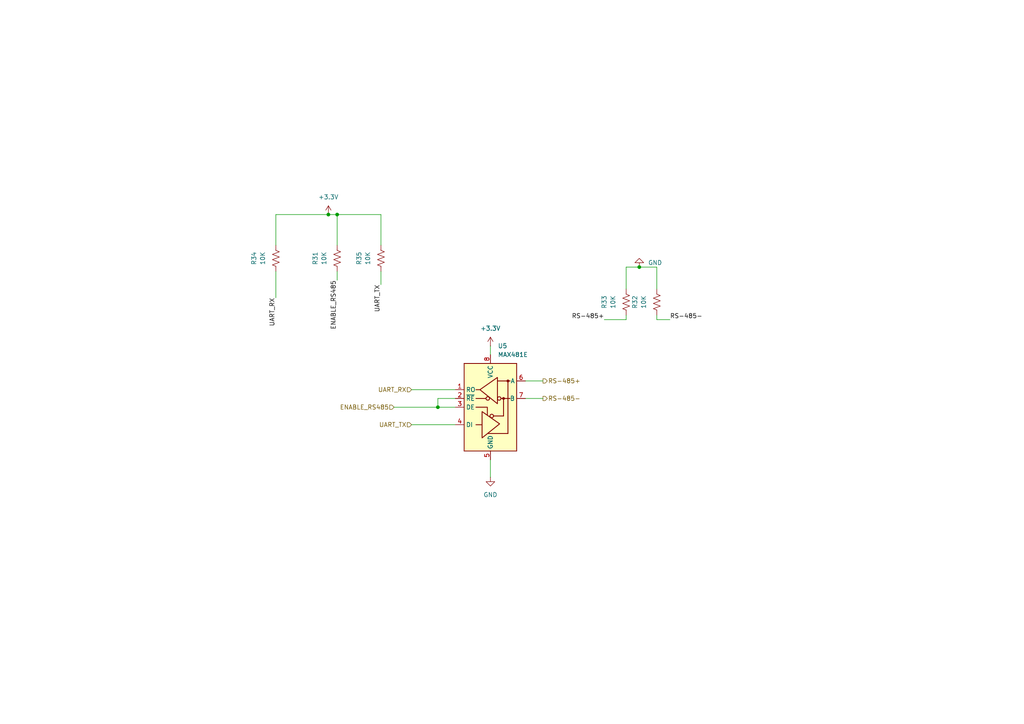
<source format=kicad_sch>
(kicad_sch
	(version 20250114)
	(generator "eeschema")
	(generator_version "9.0")
	(uuid "fb8882bc-966f-4696-aa93-703f4943aa11")
	(paper "A4")
	(lib_symbols
		(symbol "Device:R_US"
			(pin_numbers
				(hide yes)
			)
			(pin_names
				(offset 0)
			)
			(exclude_from_sim no)
			(in_bom yes)
			(on_board yes)
			(property "Reference" "R"
				(at 2.54 0 90)
				(effects
					(font
						(size 1.27 1.27)
					)
				)
			)
			(property "Value" "R_US"
				(at -2.54 0 90)
				(effects
					(font
						(size 1.27 1.27)
					)
				)
			)
			(property "Footprint" ""
				(at 1.016 -0.254 90)
				(effects
					(font
						(size 1.27 1.27)
					)
					(hide yes)
				)
			)
			(property "Datasheet" "~"
				(at 0 0 0)
				(effects
					(font
						(size 1.27 1.27)
					)
					(hide yes)
				)
			)
			(property "Description" "Resistor, US symbol"
				(at 0 0 0)
				(effects
					(font
						(size 1.27 1.27)
					)
					(hide yes)
				)
			)
			(property "ki_keywords" "R res resistor"
				(at 0 0 0)
				(effects
					(font
						(size 1.27 1.27)
					)
					(hide yes)
				)
			)
			(property "ki_fp_filters" "R_*"
				(at 0 0 0)
				(effects
					(font
						(size 1.27 1.27)
					)
					(hide yes)
				)
			)
			(symbol "R_US_0_1"
				(polyline
					(pts
						(xy 0 2.286) (xy 0 2.54)
					)
					(stroke
						(width 0)
						(type default)
					)
					(fill
						(type none)
					)
				)
				(polyline
					(pts
						(xy 0 2.286) (xy 1.016 1.905) (xy 0 1.524) (xy -1.016 1.143) (xy 0 0.762)
					)
					(stroke
						(width 0)
						(type default)
					)
					(fill
						(type none)
					)
				)
				(polyline
					(pts
						(xy 0 0.762) (xy 1.016 0.381) (xy 0 0) (xy -1.016 -0.381) (xy 0 -0.762)
					)
					(stroke
						(width 0)
						(type default)
					)
					(fill
						(type none)
					)
				)
				(polyline
					(pts
						(xy 0 -0.762) (xy 1.016 -1.143) (xy 0 -1.524) (xy -1.016 -1.905) (xy 0 -2.286)
					)
					(stroke
						(width 0)
						(type default)
					)
					(fill
						(type none)
					)
				)
				(polyline
					(pts
						(xy 0 -2.286) (xy 0 -2.54)
					)
					(stroke
						(width 0)
						(type default)
					)
					(fill
						(type none)
					)
				)
			)
			(symbol "R_US_1_1"
				(pin passive line
					(at 0 3.81 270)
					(length 1.27)
					(name "~"
						(effects
							(font
								(size 1.27 1.27)
							)
						)
					)
					(number "1"
						(effects
							(font
								(size 1.27 1.27)
							)
						)
					)
				)
				(pin passive line
					(at 0 -3.81 90)
					(length 1.27)
					(name "~"
						(effects
							(font
								(size 1.27 1.27)
							)
						)
					)
					(number "2"
						(effects
							(font
								(size 1.27 1.27)
							)
						)
					)
				)
			)
			(embedded_fonts no)
		)
		(symbol "Interface_UART:MAX481E"
			(exclude_from_sim no)
			(in_bom yes)
			(on_board yes)
			(property "Reference" "U"
				(at -6.985 13.97 0)
				(effects
					(font
						(size 1.27 1.27)
					)
				)
			)
			(property "Value" "MAX481E"
				(at 1.905 13.97 0)
				(effects
					(font
						(size 1.27 1.27)
					)
					(justify left)
				)
			)
			(property "Footprint" "Package_SO:SOIC-8_3.9x4.9mm_P1.27mm"
				(at 0 -22.86 0)
				(effects
					(font
						(size 1.27 1.27)
					)
					(hide yes)
				)
			)
			(property "Datasheet" "https://datasheets.maximintegrated.com/en/ds/MAX1487E-MAX491E.pdf"
				(at 0 1.27 0)
				(effects
					(font
						(size 1.27 1.27)
					)
					(hide yes)
				)
			)
			(property "Description" "Half duplex RS-485/RS-422, 2.5 Mbps, ±15kV electro-static discharge (ESD) protection, no slew-rate, with low-power shutdown, with receiver/driver enable, 32 receiver drive capability, DIP-8 and SOIC-8"
				(at 0 0 0)
				(effects
					(font
						(size 1.27 1.27)
					)
					(hide yes)
				)
			)
			(property "ki_keywords" "transceiver"
				(at 0 0 0)
				(effects
					(font
						(size 1.27 1.27)
					)
					(hide yes)
				)
			)
			(property "ki_fp_filters" "DIP*W7.62mm* SOIC*3.9x4.9mm*P1.27mm*"
				(at 0 0 0)
				(effects
					(font
						(size 1.27 1.27)
					)
					(hide yes)
				)
			)
			(symbol "MAX481E_0_1"
				(rectangle
					(start -7.62 12.7)
					(end 7.62 -12.7)
					(stroke
						(width 0.254)
						(type default)
					)
					(fill
						(type background)
					)
				)
				(polyline
					(pts
						(xy -4.191 2.54) (xy -1.27 2.54)
					)
					(stroke
						(width 0.254)
						(type default)
					)
					(fill
						(type none)
					)
				)
				(polyline
					(pts
						(xy -4.191 0) (xy -0.889 0) (xy -0.889 -2.286)
					)
					(stroke
						(width 0.254)
						(type default)
					)
					(fill
						(type none)
					)
				)
				(polyline
					(pts
						(xy -3.175 5.08) (xy -4.191 5.08) (xy -4.064 5.08)
					)
					(stroke
						(width 0.254)
						(type default)
					)
					(fill
						(type none)
					)
				)
				(polyline
					(pts
						(xy -2.54 -5.08) (xy -4.191 -5.08)
					)
					(stroke
						(width 0.254)
						(type default)
					)
					(fill
						(type none)
					)
				)
				(polyline
					(pts
						(xy -2.413 -5.08) (xy -2.413 -1.27) (xy 2.667 -4.826) (xy -2.413 -8.89) (xy -2.413 -5.08)
					)
					(stroke
						(width 0.254)
						(type default)
					)
					(fill
						(type none)
					)
				)
				(polyline
					(pts
						(xy -0.635 -7.62) (xy 5.08 -7.62)
					)
					(stroke
						(width 0.254)
						(type default)
					)
					(fill
						(type none)
					)
				)
				(circle
					(center 0.381 -2.54)
					(radius 0.508)
					(stroke
						(width 0.254)
						(type default)
					)
					(fill
						(type none)
					)
				)
				(polyline
					(pts
						(xy 0.889 -2.54) (xy 3.81 -2.54)
					)
					(stroke
						(width 0.254)
						(type default)
					)
					(fill
						(type none)
					)
				)
				(polyline
					(pts
						(xy 2.032 7.62) (xy 5.715 7.62)
					)
					(stroke
						(width 0.254)
						(type default)
					)
					(fill
						(type none)
					)
				)
				(polyline
					(pts
						(xy 3.048 2.54) (xy 5.715 2.54)
					)
					(stroke
						(width 0.254)
						(type default)
					)
					(fill
						(type none)
					)
				)
				(circle
					(center 3.81 2.54)
					(radius 0.2794)
					(stroke
						(width 0.254)
						(type default)
					)
					(fill
						(type outline)
					)
				)
				(polyline
					(pts
						(xy 3.81 -2.54) (xy 3.81 2.54)
					)
					(stroke
						(width 0.254)
						(type default)
					)
					(fill
						(type none)
					)
				)
				(polyline
					(pts
						(xy 5.08 -7.62) (xy 5.08 7.62)
					)
					(stroke
						(width 0.254)
						(type default)
					)
					(fill
						(type none)
					)
				)
			)
			(symbol "MAX481E_1_1"
				(circle
					(center -0.762 2.54)
					(radius 0.508)
					(stroke
						(width 0.254)
						(type default)
					)
					(fill
						(type none)
					)
				)
				(polyline
					(pts
						(xy 2.032 4.826) (xy 2.032 8.636) (xy -3.048 5.08) (xy 2.032 1.016) (xy 2.032 4.826)
					)
					(stroke
						(width 0.254)
						(type default)
					)
					(fill
						(type none)
					)
				)
				(circle
					(center 2.54 2.54)
					(radius 0.508)
					(stroke
						(width 0.254)
						(type default)
					)
					(fill
						(type none)
					)
				)
				(circle
					(center 5.08 7.62)
					(radius 0.2794)
					(stroke
						(width 0.254)
						(type default)
					)
					(fill
						(type outline)
					)
				)
				(pin output line
					(at -10.16 5.08 0)
					(length 2.54)
					(name "RO"
						(effects
							(font
								(size 1.27 1.27)
							)
						)
					)
					(number "1"
						(effects
							(font
								(size 1.27 1.27)
							)
						)
					)
				)
				(pin input line
					(at -10.16 2.54 0)
					(length 2.54)
					(name "~{RE}"
						(effects
							(font
								(size 1.27 1.27)
							)
						)
					)
					(number "2"
						(effects
							(font
								(size 1.27 1.27)
							)
						)
					)
				)
				(pin input line
					(at -10.16 0 0)
					(length 2.54)
					(name "DE"
						(effects
							(font
								(size 1.27 1.27)
							)
						)
					)
					(number "3"
						(effects
							(font
								(size 1.27 1.27)
							)
						)
					)
				)
				(pin input line
					(at -10.16 -5.08 0)
					(length 2.54)
					(name "DI"
						(effects
							(font
								(size 1.27 1.27)
							)
						)
					)
					(number "4"
						(effects
							(font
								(size 1.27 1.27)
							)
						)
					)
				)
				(pin power_in line
					(at 0 15.24 270)
					(length 2.54)
					(name "VCC"
						(effects
							(font
								(size 1.27 1.27)
							)
						)
					)
					(number "8"
						(effects
							(font
								(size 1.27 1.27)
							)
						)
					)
				)
				(pin power_in line
					(at 0 -15.24 90)
					(length 2.54)
					(name "GND"
						(effects
							(font
								(size 1.27 1.27)
							)
						)
					)
					(number "5"
						(effects
							(font
								(size 1.27 1.27)
							)
						)
					)
				)
				(pin bidirectional line
					(at 10.16 7.62 180)
					(length 2.54)
					(name "A"
						(effects
							(font
								(size 1.27 1.27)
							)
						)
					)
					(number "6"
						(effects
							(font
								(size 1.27 1.27)
							)
						)
					)
				)
				(pin bidirectional line
					(at 10.16 2.54 180)
					(length 2.54)
					(name "B"
						(effects
							(font
								(size 1.27 1.27)
							)
						)
					)
					(number "7"
						(effects
							(font
								(size 1.27 1.27)
							)
						)
					)
				)
			)
			(embedded_fonts no)
		)
		(symbol "power:+3.3V"
			(power)
			(pin_numbers
				(hide yes)
			)
			(pin_names
				(offset 0)
				(hide yes)
			)
			(exclude_from_sim no)
			(in_bom yes)
			(on_board yes)
			(property "Reference" "#PWR"
				(at 0 -3.81 0)
				(effects
					(font
						(size 1.27 1.27)
					)
					(hide yes)
				)
			)
			(property "Value" "+3.3V"
				(at 0 3.556 0)
				(effects
					(font
						(size 1.27 1.27)
					)
				)
			)
			(property "Footprint" ""
				(at 0 0 0)
				(effects
					(font
						(size 1.27 1.27)
					)
					(hide yes)
				)
			)
			(property "Datasheet" ""
				(at 0 0 0)
				(effects
					(font
						(size 1.27 1.27)
					)
					(hide yes)
				)
			)
			(property "Description" "Power symbol creates a global label with name \"+3.3V\""
				(at 0 0 0)
				(effects
					(font
						(size 1.27 1.27)
					)
					(hide yes)
				)
			)
			(property "ki_keywords" "global power"
				(at 0 0 0)
				(effects
					(font
						(size 1.27 1.27)
					)
					(hide yes)
				)
			)
			(symbol "+3.3V_0_1"
				(polyline
					(pts
						(xy -0.762 1.27) (xy 0 2.54)
					)
					(stroke
						(width 0)
						(type default)
					)
					(fill
						(type none)
					)
				)
				(polyline
					(pts
						(xy 0 2.54) (xy 0.762 1.27)
					)
					(stroke
						(width 0)
						(type default)
					)
					(fill
						(type none)
					)
				)
				(polyline
					(pts
						(xy 0 0) (xy 0 2.54)
					)
					(stroke
						(width 0)
						(type default)
					)
					(fill
						(type none)
					)
				)
			)
			(symbol "+3.3V_1_1"
				(pin power_in line
					(at 0 0 90)
					(length 0)
					(name "~"
						(effects
							(font
								(size 1.27 1.27)
							)
						)
					)
					(number "1"
						(effects
							(font
								(size 1.27 1.27)
							)
						)
					)
				)
			)
			(embedded_fonts no)
		)
		(symbol "power:GND"
			(power)
			(pin_numbers
				(hide yes)
			)
			(pin_names
				(offset 0)
				(hide yes)
			)
			(exclude_from_sim no)
			(in_bom yes)
			(on_board yes)
			(property "Reference" "#PWR"
				(at 0 -6.35 0)
				(effects
					(font
						(size 1.27 1.27)
					)
					(hide yes)
				)
			)
			(property "Value" "GND"
				(at 0 -3.81 0)
				(effects
					(font
						(size 1.27 1.27)
					)
				)
			)
			(property "Footprint" ""
				(at 0 0 0)
				(effects
					(font
						(size 1.27 1.27)
					)
					(hide yes)
				)
			)
			(property "Datasheet" ""
				(at 0 0 0)
				(effects
					(font
						(size 1.27 1.27)
					)
					(hide yes)
				)
			)
			(property "Description" "Power symbol creates a global label with name \"GND\" , ground"
				(at 0 0 0)
				(effects
					(font
						(size 1.27 1.27)
					)
					(hide yes)
				)
			)
			(property "ki_keywords" "global power"
				(at 0 0 0)
				(effects
					(font
						(size 1.27 1.27)
					)
					(hide yes)
				)
			)
			(symbol "GND_0_1"
				(polyline
					(pts
						(xy 0 0) (xy 0 -1.27) (xy 1.27 -1.27) (xy 0 -2.54) (xy -1.27 -1.27) (xy 0 -1.27)
					)
					(stroke
						(width 0)
						(type default)
					)
					(fill
						(type none)
					)
				)
			)
			(symbol "GND_1_1"
				(pin power_in line
					(at 0 0 270)
					(length 0)
					(name "~"
						(effects
							(font
								(size 1.27 1.27)
							)
						)
					)
					(number "1"
						(effects
							(font
								(size 1.27 1.27)
							)
						)
					)
				)
			)
			(embedded_fonts no)
		)
	)
	(junction
		(at 185.42 77.47)
		(diameter 0)
		(color 0 0 0 0)
		(uuid "23f1f2e1-322f-4fbe-be7d-68fbe5dbf53f")
	)
	(junction
		(at 127 118.11)
		(diameter 0)
		(color 0 0 0 0)
		(uuid "604707c9-d90c-4ede-8f84-177595f7e0c7")
	)
	(junction
		(at 97.79 62.23)
		(diameter 0)
		(color 0 0 0 0)
		(uuid "7ea9b5be-5885-4496-a7ea-bddc1c585a83")
	)
	(junction
		(at 95.25 62.23)
		(diameter 0)
		(color 0 0 0 0)
		(uuid "baf34f9c-820e-4691-967b-276801521df6")
	)
	(wire
		(pts
			(xy 110.49 71.12) (xy 110.49 62.23)
		)
		(stroke
			(width 0)
			(type default)
		)
		(uuid "09a43af0-499d-4ee3-96bb-9f6371aeb931")
	)
	(wire
		(pts
			(xy 190.5 83.82) (xy 190.5 77.47)
		)
		(stroke
			(width 0)
			(type default)
		)
		(uuid "0bf75ee9-840d-41cf-85b9-203a248d25c6")
	)
	(wire
		(pts
			(xy 80.01 62.23) (xy 80.01 71.12)
		)
		(stroke
			(width 0)
			(type default)
		)
		(uuid "15141b3f-bb9c-42f1-8d03-ac12e8b27147")
	)
	(wire
		(pts
			(xy 114.3 118.11) (xy 127 118.11)
		)
		(stroke
			(width 0)
			(type default)
		)
		(uuid "18044409-6a8d-4ba3-9971-0788cb581b39")
	)
	(wire
		(pts
			(xy 142.24 133.35) (xy 142.24 138.43)
		)
		(stroke
			(width 0)
			(type default)
		)
		(uuid "19e04051-1909-4aae-b242-248a7c387ea8")
	)
	(wire
		(pts
			(xy 119.38 123.19) (xy 132.08 123.19)
		)
		(stroke
			(width 0)
			(type default)
		)
		(uuid "1d752ea4-6bde-4c93-af0c-e76bc51cbfa5")
	)
	(wire
		(pts
			(xy 152.4 110.49) (xy 157.48 110.49)
		)
		(stroke
			(width 0)
			(type default)
		)
		(uuid "1fd47b6a-a89f-4bc6-909b-bbb9ac4c4162")
	)
	(wire
		(pts
			(xy 185.42 77.47) (xy 181.61 77.47)
		)
		(stroke
			(width 0)
			(type default)
		)
		(uuid "229ef258-6d12-4f53-a570-5eec2035f7e2")
	)
	(wire
		(pts
			(xy 142.24 100.33) (xy 142.24 102.87)
		)
		(stroke
			(width 0)
			(type default)
		)
		(uuid "2e19cf24-0214-433a-9c06-8c09160ed372")
	)
	(wire
		(pts
			(xy 190.5 91.44) (xy 190.5 92.71)
		)
		(stroke
			(width 0)
			(type default)
		)
		(uuid "426671a9-7cf6-4223-9135-fdce5038eff0")
	)
	(wire
		(pts
			(xy 119.38 113.03) (xy 132.08 113.03)
		)
		(stroke
			(width 0)
			(type default)
		)
		(uuid "47e5bfad-4531-405f-ad01-141abf01bcc3")
	)
	(wire
		(pts
			(xy 190.5 92.71) (xy 194.31 92.71)
		)
		(stroke
			(width 0)
			(type default)
		)
		(uuid "5b0b1c67-4317-49df-babf-beee8443800a")
	)
	(wire
		(pts
			(xy 97.79 62.23) (xy 95.25 62.23)
		)
		(stroke
			(width 0)
			(type default)
		)
		(uuid "5b8b85fc-c7b5-4daf-a147-fa6692e1939b")
	)
	(wire
		(pts
			(xy 181.61 77.47) (xy 181.61 83.82)
		)
		(stroke
			(width 0)
			(type default)
		)
		(uuid "62b34f1f-cb32-4da5-8c7e-e812069b9cf2")
	)
	(wire
		(pts
			(xy 152.4 115.57) (xy 157.48 115.57)
		)
		(stroke
			(width 0)
			(type default)
		)
		(uuid "63ab3e89-a43d-4f8e-b2df-54829a8c800a")
	)
	(wire
		(pts
			(xy 97.79 78.74) (xy 97.79 81.28)
		)
		(stroke
			(width 0)
			(type default)
		)
		(uuid "6ea21c5e-fa48-4185-ba85-22377e2be71f")
	)
	(wire
		(pts
			(xy 95.25 62.23) (xy 80.01 62.23)
		)
		(stroke
			(width 0)
			(type default)
		)
		(uuid "73f30b0f-2b0a-4228-b5f7-8b31923b24f5")
	)
	(wire
		(pts
			(xy 97.79 71.12) (xy 97.79 62.23)
		)
		(stroke
			(width 0)
			(type default)
		)
		(uuid "74098500-6b32-4d03-97c4-a7d3d2b4a509")
	)
	(wire
		(pts
			(xy 190.5 77.47) (xy 185.42 77.47)
		)
		(stroke
			(width 0)
			(type default)
		)
		(uuid "7b726382-4c12-4102-b84e-ede7705da1b7")
	)
	(wire
		(pts
			(xy 110.49 78.74) (xy 110.49 82.55)
		)
		(stroke
			(width 0)
			(type default)
		)
		(uuid "aace5695-9924-4c84-9694-f0b076210941")
	)
	(wire
		(pts
			(xy 127 118.11) (xy 132.08 118.11)
		)
		(stroke
			(width 0)
			(type default)
		)
		(uuid "bc9156d5-1dcb-410e-bfcb-d54f767f4747")
	)
	(wire
		(pts
			(xy 175.26 92.71) (xy 181.61 92.71)
		)
		(stroke
			(width 0)
			(type default)
		)
		(uuid "c5a3fe3e-59dd-4b85-a589-a6faa1e12ae2")
	)
	(wire
		(pts
			(xy 181.61 92.71) (xy 181.61 91.44)
		)
		(stroke
			(width 0)
			(type default)
		)
		(uuid "c9845bc9-b639-4c85-b5d6-740760039bc5")
	)
	(wire
		(pts
			(xy 127 115.57) (xy 127 118.11)
		)
		(stroke
			(width 0)
			(type default)
		)
		(uuid "c9cd080b-5059-4016-9c74-28246317a024")
	)
	(wire
		(pts
			(xy 97.79 62.23) (xy 110.49 62.23)
		)
		(stroke
			(width 0)
			(type default)
		)
		(uuid "cf56206e-aeac-491e-9744-ccee37f26597")
	)
	(wire
		(pts
			(xy 80.01 78.74) (xy 80.01 86.36)
		)
		(stroke
			(width 0)
			(type default)
		)
		(uuid "ef9e1ed1-33ba-49d7-a3b4-1349bd68d7f1")
	)
	(wire
		(pts
			(xy 132.08 115.57) (xy 127 115.57)
		)
		(stroke
			(width 0)
			(type default)
		)
		(uuid "f1996006-7e18-47dd-9873-c0d43663c191")
	)
	(label "ENABLE_RS485"
		(at 97.79 81.28 270)
		(effects
			(font
				(size 1.27 1.27)
			)
			(justify right bottom)
		)
		(uuid "0d6a5d2d-78c1-47a8-a057-87964318e08f")
	)
	(label "UART_TX"
		(at 110.49 82.55 270)
		(effects
			(font
				(size 1.27 1.27)
			)
			(justify right bottom)
		)
		(uuid "28a3bee9-537e-46f7-b3bb-9fbadebe80bf")
	)
	(label "UART_RX"
		(at 80.01 86.36 270)
		(effects
			(font
				(size 1.27 1.27)
			)
			(justify right bottom)
		)
		(uuid "60bd4e9c-e733-4d6b-a1d4-2f31328e8f57")
	)
	(label "RS-485-"
		(at 194.31 92.71 0)
		(effects
			(font
				(size 1.27 1.27)
			)
			(justify left bottom)
		)
		(uuid "8dfb8b28-82d8-4692-81f1-a8b7665bb50f")
	)
	(label "RS-485+"
		(at 175.26 92.71 180)
		(effects
			(font
				(size 1.27 1.27)
			)
			(justify right bottom)
		)
		(uuid "d8fb0c4a-18bc-4124-b1e5-56af58e7bf7c")
	)
	(hierarchical_label "ENABLE_RS485"
		(shape input)
		(at 114.3 118.11 180)
		(effects
			(font
				(size 1.27 1.27)
			)
			(justify right)
		)
		(uuid "36abb41c-d282-4a86-a716-cb61718bdbfe")
	)
	(hierarchical_label "RS-485+"
		(shape output)
		(at 157.48 110.49 0)
		(effects
			(font
				(size 1.27 1.27)
			)
			(justify left)
		)
		(uuid "57f5818b-fda8-4a1a-b459-bb77d46db3ff")
	)
	(hierarchical_label "UART_RX"
		(shape input)
		(at 119.38 113.03 180)
		(effects
			(font
				(size 1.27 1.27)
			)
			(justify right)
		)
		(uuid "709fc829-d1dd-4193-a76d-c1122a125731")
	)
	(hierarchical_label "UART_TX"
		(shape input)
		(at 119.38 123.19 180)
		(effects
			(font
				(size 1.27 1.27)
			)
			(justify right)
		)
		(uuid "72771402-6567-4570-9705-b44856bb29a1")
	)
	(hierarchical_label "RS-485-"
		(shape output)
		(at 157.48 115.57 0)
		(effects
			(font
				(size 1.27 1.27)
			)
			(justify left)
		)
		(uuid "8d1ef35c-c445-460e-aeed-9f325aa6ceed")
	)
	(symbol
		(lib_id "Device:R_US")
		(at 190.5 87.63 180)
		(unit 1)
		(exclude_from_sim no)
		(in_bom yes)
		(on_board yes)
		(dnp no)
		(fields_autoplaced yes)
		(uuid "0a6d0eaa-abe2-4fc1-b2e0-af079497bee6")
		(property "Reference" "R32"
			(at 184.15 87.63 90)
			(effects
				(font
					(size 1.27 1.27)
				)
			)
		)
		(property "Value" "10K"
			(at 186.69 87.63 90)
			(effects
				(font
					(size 1.27 1.27)
				)
			)
		)
		(property "Footprint" ""
			(at 189.484 87.376 90)
			(effects
				(font
					(size 1.27 1.27)
				)
				(hide yes)
			)
		)
		(property "Datasheet" "~"
			(at 190.5 87.63 0)
			(effects
				(font
					(size 1.27 1.27)
				)
				(hide yes)
			)
		)
		(property "Description" "Resistor, US symbol"
			(at 190.5 87.63 0)
			(effects
				(font
					(size 1.27 1.27)
				)
				(hide yes)
			)
		)
		(pin "1"
			(uuid "06bd13f1-80ca-4710-8cce-e3f43ce6a4d6")
		)
		(pin "2"
			(uuid "05d07d5a-a9a5-4161-ab00-bb56d3ac4b0b")
		)
		(instances
			(project "micro autodoor"
				(path "/3dc9151e-2269-486b-a333-294da30e5c12/89682661-a5af-4e01-91f4-ddf79f61a74f/d5207355-d6cf-4380-8f7b-ff2e5dddf18c"
					(reference "R32")
					(unit 1)
				)
			)
		)
	)
	(symbol
		(lib_id "Device:R_US")
		(at 110.49 74.93 180)
		(unit 1)
		(exclude_from_sim no)
		(in_bom yes)
		(on_board yes)
		(dnp no)
		(fields_autoplaced yes)
		(uuid "2e19de1e-ebb4-4c6d-8b53-db8a888bef6b")
		(property "Reference" "R35"
			(at 104.14 74.93 90)
			(effects
				(font
					(size 1.27 1.27)
				)
			)
		)
		(property "Value" "10K"
			(at 106.68 74.93 90)
			(effects
				(font
					(size 1.27 1.27)
				)
			)
		)
		(property "Footprint" ""
			(at 109.474 74.676 90)
			(effects
				(font
					(size 1.27 1.27)
				)
				(hide yes)
			)
		)
		(property "Datasheet" "~"
			(at 110.49 74.93 0)
			(effects
				(font
					(size 1.27 1.27)
				)
				(hide yes)
			)
		)
		(property "Description" "Resistor, US symbol"
			(at 110.49 74.93 0)
			(effects
				(font
					(size 1.27 1.27)
				)
				(hide yes)
			)
		)
		(pin "1"
			(uuid "c59989ff-9527-49bf-b60a-75faec05a5d0")
		)
		(pin "2"
			(uuid "7cebbff3-acf6-4f6a-8bbe-c8374803c45f")
		)
		(instances
			(project "micro autodoor"
				(path "/3dc9151e-2269-486b-a333-294da30e5c12/89682661-a5af-4e01-91f4-ddf79f61a74f/d5207355-d6cf-4380-8f7b-ff2e5dddf18c"
					(reference "R35")
					(unit 1)
				)
			)
		)
	)
	(symbol
		(lib_id "power:GND")
		(at 142.24 138.43 0)
		(unit 1)
		(exclude_from_sim no)
		(in_bom yes)
		(on_board yes)
		(dnp no)
		(fields_autoplaced yes)
		(uuid "5e880f82-7439-451c-bc0e-b4150ebfbc86")
		(property "Reference" "#PWR048"
			(at 142.24 144.78 0)
			(effects
				(font
					(size 1.27 1.27)
				)
				(hide yes)
			)
		)
		(property "Value" "GND"
			(at 142.24 143.51 0)
			(effects
				(font
					(size 1.27 1.27)
				)
			)
		)
		(property "Footprint" ""
			(at 142.24 138.43 0)
			(effects
				(font
					(size 1.27 1.27)
				)
				(hide yes)
			)
		)
		(property "Datasheet" ""
			(at 142.24 138.43 0)
			(effects
				(font
					(size 1.27 1.27)
				)
				(hide yes)
			)
		)
		(property "Description" "Power symbol creates a global label with name \"GND\" , ground"
			(at 142.24 138.43 0)
			(effects
				(font
					(size 1.27 1.27)
				)
				(hide yes)
			)
		)
		(pin "1"
			(uuid "41f1f66c-671e-41c5-a8f3-35c2cc9d3923")
		)
		(instances
			(project "micro autodoor"
				(path "/3dc9151e-2269-486b-a333-294da30e5c12/89682661-a5af-4e01-91f4-ddf79f61a74f/d5207355-d6cf-4380-8f7b-ff2e5dddf18c"
					(reference "#PWR048")
					(unit 1)
				)
			)
		)
	)
	(symbol
		(lib_id "power:+3.3V")
		(at 142.24 100.33 0)
		(unit 1)
		(exclude_from_sim no)
		(in_bom yes)
		(on_board yes)
		(dnp no)
		(fields_autoplaced yes)
		(uuid "6b81caea-88fd-440f-830a-daad4cbe652a")
		(property "Reference" "#PWR052"
			(at 142.24 104.14 0)
			(effects
				(font
					(size 1.27 1.27)
				)
				(hide yes)
			)
		)
		(property "Value" "+3.3V"
			(at 142.24 95.25 0)
			(effects
				(font
					(size 1.27 1.27)
				)
			)
		)
		(property "Footprint" ""
			(at 142.24 100.33 0)
			(effects
				(font
					(size 1.27 1.27)
				)
				(hide yes)
			)
		)
		(property "Datasheet" ""
			(at 142.24 100.33 0)
			(effects
				(font
					(size 1.27 1.27)
				)
				(hide yes)
			)
		)
		(property "Description" "Power symbol creates a global label with name \"+3.3V\""
			(at 142.24 100.33 0)
			(effects
				(font
					(size 1.27 1.27)
				)
				(hide yes)
			)
		)
		(pin "1"
			(uuid "d52c3a30-27b4-467e-906c-4bb7410dc612")
		)
		(instances
			(project ""
				(path "/3dc9151e-2269-486b-a333-294da30e5c12/89682661-a5af-4e01-91f4-ddf79f61a74f/d5207355-d6cf-4380-8f7b-ff2e5dddf18c"
					(reference "#PWR052")
					(unit 1)
				)
			)
		)
	)
	(symbol
		(lib_id "power:+3.3V")
		(at 95.25 62.23 0)
		(unit 1)
		(exclude_from_sim no)
		(in_bom yes)
		(on_board yes)
		(dnp no)
		(fields_autoplaced yes)
		(uuid "7913832a-012b-41d7-85f4-25fd5e9117c1")
		(property "Reference" "#PWR049"
			(at 95.25 66.04 0)
			(effects
				(font
					(size 1.27 1.27)
				)
				(hide yes)
			)
		)
		(property "Value" "+3.3V"
			(at 95.25 57.15 0)
			(effects
				(font
					(size 1.27 1.27)
				)
			)
		)
		(property "Footprint" ""
			(at 95.25 62.23 0)
			(effects
				(font
					(size 1.27 1.27)
				)
				(hide yes)
			)
		)
		(property "Datasheet" ""
			(at 95.25 62.23 0)
			(effects
				(font
					(size 1.27 1.27)
				)
				(hide yes)
			)
		)
		(property "Description" "Power symbol creates a global label with name \"+3.3V\""
			(at 95.25 62.23 0)
			(effects
				(font
					(size 1.27 1.27)
				)
				(hide yes)
			)
		)
		(pin "1"
			(uuid "815a1e3b-ae4c-4c83-8436-d2f87d88b70b")
		)
		(instances
			(project "micro autodoor"
				(path "/3dc9151e-2269-486b-a333-294da30e5c12/89682661-a5af-4e01-91f4-ddf79f61a74f/d5207355-d6cf-4380-8f7b-ff2e5dddf18c"
					(reference "#PWR049")
					(unit 1)
				)
			)
		)
	)
	(symbol
		(lib_id "Device:R_US")
		(at 80.01 74.93 180)
		(unit 1)
		(exclude_from_sim no)
		(in_bom yes)
		(on_board yes)
		(dnp no)
		(fields_autoplaced yes)
		(uuid "92c8a1f5-63b6-499a-b859-32481a60acad")
		(property "Reference" "R34"
			(at 73.66 74.93 90)
			(effects
				(font
					(size 1.27 1.27)
				)
			)
		)
		(property "Value" "10K"
			(at 76.2 74.93 90)
			(effects
				(font
					(size 1.27 1.27)
				)
			)
		)
		(property "Footprint" ""
			(at 78.994 74.676 90)
			(effects
				(font
					(size 1.27 1.27)
				)
				(hide yes)
			)
		)
		(property "Datasheet" "~"
			(at 80.01 74.93 0)
			(effects
				(font
					(size 1.27 1.27)
				)
				(hide yes)
			)
		)
		(property "Description" "Resistor, US symbol"
			(at 80.01 74.93 0)
			(effects
				(font
					(size 1.27 1.27)
				)
				(hide yes)
			)
		)
		(pin "1"
			(uuid "1d8aa91c-19eb-4742-babe-8f64417146f5")
		)
		(pin "2"
			(uuid "51e73ef2-cbde-4238-85f4-d5ea8138bb71")
		)
		(instances
			(project "micro autodoor"
				(path "/3dc9151e-2269-486b-a333-294da30e5c12/89682661-a5af-4e01-91f4-ddf79f61a74f/d5207355-d6cf-4380-8f7b-ff2e5dddf18c"
					(reference "R34")
					(unit 1)
				)
			)
		)
	)
	(symbol
		(lib_id "Interface_UART:MAX481E")
		(at 142.24 118.11 0)
		(unit 1)
		(exclude_from_sim no)
		(in_bom yes)
		(on_board yes)
		(dnp no)
		(fields_autoplaced yes)
		(uuid "93742965-bd35-42bc-ad4a-006e1bfff3c0")
		(property "Reference" "U5"
			(at 144.3833 100.33 0)
			(effects
				(font
					(size 1.27 1.27)
				)
				(justify left)
			)
		)
		(property "Value" "MAX481E"
			(at 144.3833 102.87 0)
			(effects
				(font
					(size 1.27 1.27)
				)
				(justify left)
			)
		)
		(property "Footprint" "Package_SO:SOIC-8_3.9x4.9mm_P1.27mm"
			(at 142.24 140.97 0)
			(effects
				(font
					(size 1.27 1.27)
				)
				(hide yes)
			)
		)
		(property "Datasheet" "https://datasheets.maximintegrated.com/en/ds/MAX1487E-MAX491E.pdf"
			(at 142.24 116.84 0)
			(effects
				(font
					(size 1.27 1.27)
				)
				(hide yes)
			)
		)
		(property "Description" "Half duplex RS-485/RS-422, 2.5 Mbps, ±15kV electro-static discharge (ESD) protection, no slew-rate, with low-power shutdown, with receiver/driver enable, 32 receiver drive capability, DIP-8 and SOIC-8"
			(at 142.24 118.11 0)
			(effects
				(font
					(size 1.27 1.27)
				)
				(hide yes)
			)
		)
		(pin "2"
			(uuid "68e87214-3c78-4e67-aa3d-c2d59dfc8941")
		)
		(pin "8"
			(uuid "30610cca-d0f1-4e33-a9a5-173376735bd5")
		)
		(pin "6"
			(uuid "32e15ba2-b0fc-4f7d-a3ac-e612fe9e79c1")
		)
		(pin "4"
			(uuid "06fb6611-0356-40bb-a52e-463bd95e0727")
		)
		(pin "7"
			(uuid "6599e3a6-9056-4e4a-8e9e-696c21c81768")
		)
		(pin "5"
			(uuid "37e2eb0f-e764-446d-a202-883d0e90fc04")
		)
		(pin "1"
			(uuid "ff0ece36-1bae-4464-802a-835fe722e2ab")
		)
		(pin "3"
			(uuid "030bbf60-e589-4060-a9a8-f1e56e1d5c29")
		)
		(instances
			(project ""
				(path "/3dc9151e-2269-486b-a333-294da30e5c12/89682661-a5af-4e01-91f4-ddf79f61a74f/d5207355-d6cf-4380-8f7b-ff2e5dddf18c"
					(reference "U5")
					(unit 1)
				)
			)
		)
	)
	(symbol
		(lib_id "Device:R_US")
		(at 97.79 74.93 180)
		(unit 1)
		(exclude_from_sim no)
		(in_bom yes)
		(on_board yes)
		(dnp no)
		(fields_autoplaced yes)
		(uuid "d578453e-a36a-4f41-8721-1cac73f79eb6")
		(property "Reference" "R31"
			(at 91.44 74.93 90)
			(effects
				(font
					(size 1.27 1.27)
				)
			)
		)
		(property "Value" "10K"
			(at 93.98 74.93 90)
			(effects
				(font
					(size 1.27 1.27)
				)
			)
		)
		(property "Footprint" ""
			(at 96.774 74.676 90)
			(effects
				(font
					(size 1.27 1.27)
				)
				(hide yes)
			)
		)
		(property "Datasheet" "~"
			(at 97.79 74.93 0)
			(effects
				(font
					(size 1.27 1.27)
				)
				(hide yes)
			)
		)
		(property "Description" "Resistor, US symbol"
			(at 97.79 74.93 0)
			(effects
				(font
					(size 1.27 1.27)
				)
				(hide yes)
			)
		)
		(pin "1"
			(uuid "c73bb0c5-ea53-4e6e-806a-c6db9161e62f")
		)
		(pin "2"
			(uuid "1d7897e9-78b3-4b03-9e91-d473bd4776f6")
		)
		(instances
			(project "micro autodoor"
				(path "/3dc9151e-2269-486b-a333-294da30e5c12/89682661-a5af-4e01-91f4-ddf79f61a74f/d5207355-d6cf-4380-8f7b-ff2e5dddf18c"
					(reference "R31")
					(unit 1)
				)
			)
		)
	)
	(symbol
		(lib_id "Device:R_US")
		(at 181.61 87.63 180)
		(unit 1)
		(exclude_from_sim no)
		(in_bom yes)
		(on_board yes)
		(dnp no)
		(fields_autoplaced yes)
		(uuid "d7b67e03-1421-4962-be22-6aceadc1d1ad")
		(property "Reference" "R33"
			(at 175.26 87.63 90)
			(effects
				(font
					(size 1.27 1.27)
				)
			)
		)
		(property "Value" "10K"
			(at 177.8 87.63 90)
			(effects
				(font
					(size 1.27 1.27)
				)
			)
		)
		(property "Footprint" ""
			(at 180.594 87.376 90)
			(effects
				(font
					(size 1.27 1.27)
				)
				(hide yes)
			)
		)
		(property "Datasheet" "~"
			(at 181.61 87.63 0)
			(effects
				(font
					(size 1.27 1.27)
				)
				(hide yes)
			)
		)
		(property "Description" "Resistor, US symbol"
			(at 181.61 87.63 0)
			(effects
				(font
					(size 1.27 1.27)
				)
				(hide yes)
			)
		)
		(pin "1"
			(uuid "606c4986-b47a-41d1-a24f-b4e0bb1d2615")
		)
		(pin "2"
			(uuid "3bf61f96-7f53-46bf-b697-db80e568baf4")
		)
		(instances
			(project "micro autodoor"
				(path "/3dc9151e-2269-486b-a333-294da30e5c12/89682661-a5af-4e01-91f4-ddf79f61a74f/d5207355-d6cf-4380-8f7b-ff2e5dddf18c"
					(reference "R33")
					(unit 1)
				)
			)
		)
	)
	(symbol
		(lib_id "power:GND")
		(at 185.42 77.47 180)
		(unit 1)
		(exclude_from_sim no)
		(in_bom yes)
		(on_board yes)
		(dnp no)
		(fields_autoplaced yes)
		(uuid "f8519039-5f06-4c63-8e84-e8b3106d9413")
		(property "Reference" "#PWR051"
			(at 185.42 71.12 0)
			(effects
				(font
					(size 1.27 1.27)
				)
				(hide yes)
			)
		)
		(property "Value" "GND"
			(at 187.96 76.1999 0)
			(effects
				(font
					(size 1.27 1.27)
				)
				(justify right)
			)
		)
		(property "Footprint" ""
			(at 185.42 77.47 0)
			(effects
				(font
					(size 1.27 1.27)
				)
				(hide yes)
			)
		)
		(property "Datasheet" ""
			(at 185.42 77.47 0)
			(effects
				(font
					(size 1.27 1.27)
				)
				(hide yes)
			)
		)
		(property "Description" "Power symbol creates a global label with name \"GND\" , ground"
			(at 185.42 77.47 0)
			(effects
				(font
					(size 1.27 1.27)
				)
				(hide yes)
			)
		)
		(pin "1"
			(uuid "4b6cd714-1c8d-4db6-bc82-27514584475d")
		)
		(instances
			(project "micro autodoor"
				(path "/3dc9151e-2269-486b-a333-294da30e5c12/89682661-a5af-4e01-91f4-ddf79f61a74f/d5207355-d6cf-4380-8f7b-ff2e5dddf18c"
					(reference "#PWR051")
					(unit 1)
				)
			)
		)
	)
)

</source>
